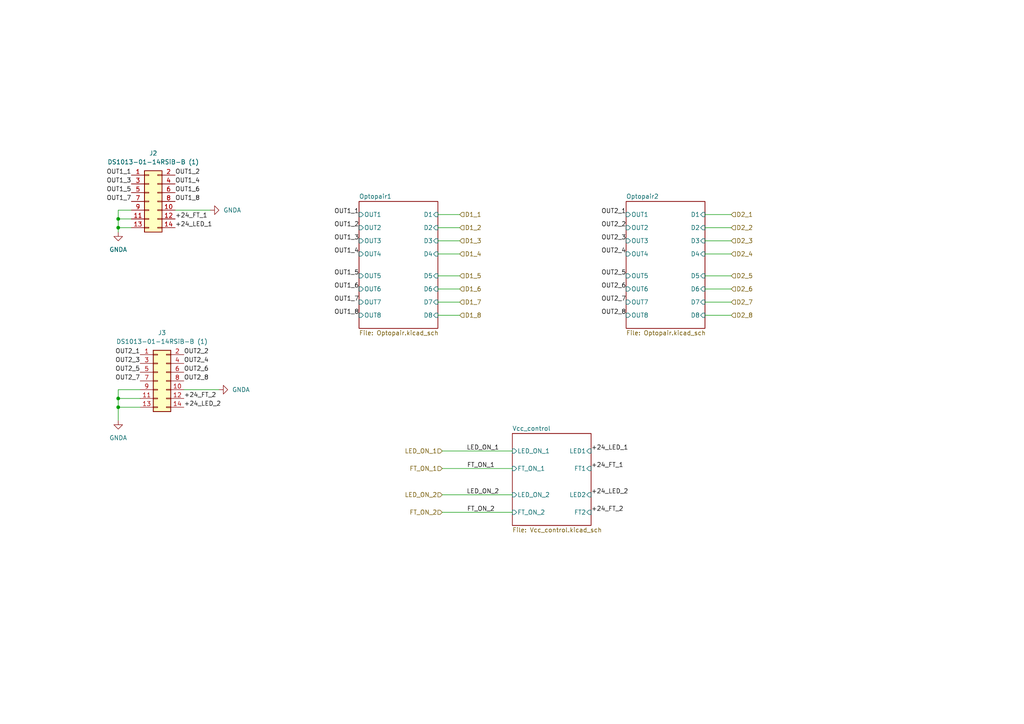
<source format=kicad_sch>
(kicad_sch (version 20230121) (generator eeschema)
  (paper "A4")
  (lib_symbols
    (symbol "Connector_Generic:Conn_02x07_Odd_Even" (pin_names (offset 1.016) hide)
      (property "Reference" "J" (at 1.27 10.16 0))
      (property "Value" "Conn_02x07_Odd_Even" (at 1.27 -10.16 0))
      (symbol "Conn_02x07_Odd_Even_1_1"
        (rectangle (start -1.27 -7.493) (end 0 -7.747) (stroke (width 0.1524)))
        (rectangle (start -1.27 -4.953) (end 0 -5.207) (stroke (width 0.1524)))
        (rectangle (start -1.27 -2.413) (end 0 -2.667) (stroke (width 0.1524)))
        (rectangle (start -1.27 0.127) (end 0 -0.127) (stroke (width 0.1524)))
        (rectangle (start -1.27 2.667) (end 0 2.413) (stroke (width 0.1524)))
        (rectangle (start -1.27 5.207) (end 0 4.953) (stroke (width 0.1524)))
        (rectangle (start -1.27 7.747) (end 0 7.493) (stroke (width 0.1524)))
        (rectangle (start -1.27 8.89) (end 3.81 -8.89) (stroke (width 0.254)) (fill (type background)))
        (rectangle (start 3.81 -7.493) (end 2.54 -7.747) (stroke (width 0.1524)))
        (rectangle (start 3.81 -4.953) (end 2.54 -5.207) (stroke (width 0.1524)))
        (rectangle (start 3.81 -2.413) (end 2.54 -2.667) (stroke (width 0.1524)))
        (rectangle (start 3.81 0.127) (end 2.54 -0.127) (stroke (width 0.1524)))
        (rectangle (start 3.81 2.667) (end 2.54 2.413) (stroke (width 0.1524)))
        (rectangle (start 3.81 5.207) (end 2.54 4.953) (stroke (width 0.1524)))
        (rectangle (start 3.81 7.747) (end 2.54 7.493) (stroke (width 0.1524)))
        (pin passive line (at -5.08 7.62 0) (length 3.81) (name "Pin_1") (number "1"))
        (pin passive line (at 7.62 -2.54 180) (length 3.81) (name "Pin_10") (number "10"))
        (pin passive line (at -5.08 -5.08 0) (length 3.81) (name "Pin_11") (number "11"))
        (pin passive line (at 7.62 -5.08 180) (length 3.81) (name "Pin_12") (number "12"))
        (pin passive line (at -5.08 -7.62 0) (length 3.81) (name "Pin_13") (number "13"))
        (pin passive line (at 7.62 -7.62 180) (length 3.81) (name "Pin_14") (number "14"))
        (pin passive line (at 7.62 7.62 180) (length 3.81) (name "Pin_2") (number "2"))
        (pin passive line (at -5.08 5.08 0) (length 3.81) (name "Pin_3") (number "3"))
        (pin passive line (at 7.62 5.08 180) (length 3.81) (name "Pin_4") (number "4"))
        (pin passive line (at -5.08 2.54 0) (length 3.81) (name "Pin_5") (number "5"))
        (pin passive line (at 7.62 2.54 180) (length 3.81) (name "Pin_6") (number "6"))
        (pin passive line (at -5.08 0 0) (length 3.81) (name "Pin_7") (number "7"))
        (pin passive line (at 7.62 0 180) (length 3.81) (name "Pin_8") (number "8"))
        (pin passive line (at -5.08 -2.54 0) (length 3.81) (name "Pin_9") (number "9"))
      )
    )
    (symbol "PCM_4ms_Power-symbol:GNDA" (power) (pin_numbers hide) (pin_names (offset 0) hide)
      (property "Value" "GNDA" (at 0 -3.81 0))
      (symbol "GNDA_0_1"
        (polyline (pts (xy 0 0) (xy 0 -1.27) (xy 1.27 -1.27) (xy 0 -2.54) (xy -1.27 -1.27) (xy 0 -1.27)))
      )
      (symbol "GNDA_1_1"
        (pin power_in line (at 0 0 270) (length 0) hide (name "GNDA") (number "1"))
      )
    )
  )
  (junction (at 34.29 63.5))
  (junction (at 34.29 66.04))
  (junction (at 34.29 115.57))
  (junction (at 34.29 118.11))
  (wire (pts (xy 127 87.63) (xy 133.35 87.63)))
  (wire (pts (xy 127 73.66) (xy 133.35 73.66)))
  (wire (pts (xy 34.29 115.57) (xy 34.29 118.11)))
  (wire (pts (xy 128.27 130.81) (xy 148.59 130.81)))
  (wire (pts (xy 204.47 69.85) (xy 212.09 69.85)))
  (wire (pts (xy 128.27 148.59) (xy 148.59 148.59)))
  (wire (pts (xy 127 80.01) (xy 133.35 80.01)))
  (wire (pts (xy 204.47 91.44) (xy 212.09 91.44)))
  (wire (pts (xy 63.5 113.03) (xy 53.34 113.03)))
  (wire (pts (xy 127 69.85) (xy 133.35 69.85)))
  (wire (pts (xy 127 83.82) (xy 133.35 83.82)))
  (wire (pts (xy 34.29 63.5) (xy 34.29 66.04)))
  (wire (pts (xy 128.27 143.51) (xy 148.59 143.51)))
  (wire (pts (xy 204.47 66.04) (xy 212.09 66.04)))
  (wire (pts (xy 204.47 83.82) (xy 212.09 83.82)))
  (wire (pts (xy 34.29 118.11) (xy 40.64 118.11)))
  (wire (pts (xy 204.47 87.63) (xy 212.09 87.63)))
  (wire (pts (xy 127 66.04) (xy 133.35 66.04)))
  (wire (pts (xy 50.8 60.96) (xy 60.96 60.96)))
  (wire (pts (xy 34.29 113.03) (xy 40.64 113.03)))
  (wire (pts (xy 34.29 60.96) (xy 34.29 63.5)))
  (wire (pts (xy 34.29 118.11) (xy 34.29 121.92)))
  (wire (pts (xy 38.1 63.5) (xy 34.29 63.5)))
  (wire (pts (xy 204.47 80.01) (xy 212.09 80.01)))
  (wire (pts (xy 204.47 62.23) (xy 212.09 62.23)))
  (wire (pts (xy 204.47 73.66) (xy 212.09 73.66)))
  (wire (pts (xy 34.29 60.96) (xy 38.1 60.96)))
  (wire (pts (xy 38.1 66.04) (xy 34.29 66.04)))
  (wire (pts (xy 127 91.44) (xy 133.35 91.44)))
  (wire (pts (xy 127 62.23) (xy 133.35 62.23)))
  (wire (pts (xy 128.27 135.89) (xy 148.59 135.89)))
  (wire (pts (xy 34.29 115.57) (xy 40.64 115.57)))
  (wire (pts (xy 34.29 66.04) (xy 34.29 67.31)))
  (wire (pts (xy 34.29 113.03) (xy 34.29 115.57)))
  (label "OUT2_1" (at 40.64 102.87 180))
  (label "OUT2_6" (at 53.34 107.95 0))
  (label "OUT2_3" (at 181.61 69.85 180))
  (label "+24_FT_1" (at 171.45 135.89 0))
  (label "OUT2_5" (at 181.61 80.01 180))
  (label "+24_LED_1" (at 171.45 130.81 0))
  (label "OUT2_4" (at 181.61 73.66 180))
  (label "OUT2_7" (at 181.61 87.63 180))
  (label "OUT1_1" (at 38.1 50.8 180))
  (label "OUT1_5" (at 104.14 80.01 180))
  (label "OUT1_6" (at 104.14 83.82 180))
  (label "OUT1_2" (at 50.8 50.8 0))
  (label "OUT1_3" (at 38.1 53.34 180))
  (label "+24_LED_2" (at 53.34 118.11 0))
  (label "+24_FT_1" (at 50.8 63.5 0))
  (label "OUT2_3" (at 40.64 105.41 180))
  (label "+24_LED_1" (at 50.8 66.04 0))
  (label "OUT2_5" (at 40.64 107.95 180))
  (label "OUT1_1" (at 104.14 62.23 180))
  (label "OUT1_7" (at 38.1 58.42 180))
  (label "OUT2_8" (at 181.61 91.44 180))
  (label "OUT1_3" (at 104.14 69.85 180))
  (label "FT_ON_1" (at 143.51 135.89 180))
  (label "OUT2_2" (at 181.61 66.04 180))
  (label "OUT1_4" (at 104.14 73.66 180))
  (label "OUT1_7" (at 104.14 87.63 180))
  (label "OUT1_8" (at 50.8 58.42 0))
  (label "FT_ON_2" (at 143.51 148.59 180))
  (label "+24_FT_2" (at 171.45 148.59 0))
  (label "+24_LED_2" (at 171.45 143.51 0))
  (label "LED_ON_1" (at 144.78 130.81 180))
  (label "LED_ON_2" (at 144.78 143.51 180))
  (label "OUT1_2" (at 104.14 66.04 180))
  (label "OUT2_7" (at 40.64 110.49 180))
  (label "OUT2_4" (at 53.34 105.41 0))
  (label "OUT2_6" (at 181.61 83.82 180))
  (label "OUT1_4" (at 50.8 53.34 0))
  (label "+24_FT_2" (at 53.34 115.57 0))
  (label "OUT1_8" (at 104.14 91.44 180))
  (label "OUT2_1" (at 181.61 62.23 180))
  (label "OUT1_5" (at 38.1 55.88 180))
  (label "OUT2_2" (at 53.34 102.87 0))
  (label "OUT2_8" (at 53.34 110.49 0))
  (label "OUT1_6" (at 50.8 55.88 0))
  (hierarchical_label "FT_ON_1" (shape input) (at 128.27 135.89 180))
  (hierarchical_label "FT_ON_2" (shape input) (at 128.27 148.59 180))
  (hierarchical_label "D1_6" (shape input) (at 133.35 83.82 0))
  (hierarchical_label "D1_8" (shape input) (at 133.35 91.44 0))
  (hierarchical_label "D1_4" (shape input) (at 133.35 73.66 0))
  (hierarchical_label "D1_2" (shape input) (at 133.35 66.04 0))
  (hierarchical_label "D2_8" (shape input) (at 212.09 91.44 0))
  (hierarchical_label "D1_7" (shape input) (at 133.35 87.63 0))
  (hierarchical_label "D2_5" (shape input) (at 212.09 80.01 0))
  (hierarchical_label "LED_ON_2" (shape input) (at 128.27 143.51 180))
  (hierarchical_label "D1_3" (shape input) (at 133.35 69.85 0))
  (hierarchical_label "D2_3" (shape input) (at 212.09 69.85 0))
  (hierarchical_label "D1_5" (shape input) (at 133.35 80.01 0))
  (hierarchical_label "D1_1" (shape input) (at 133.35 62.23 0))
  (hierarchical_label "D2_1" (shape input) (at 212.09 62.23 0))
  (hierarchical_label "LED_ON_1" (shape input) (at 128.27 130.81 180))
  (hierarchical_label "D2_6" (shape input) (at 212.09 83.82 0))
  (hierarchical_label "D2_2" (shape input) (at 212.09 66.04 0))
  (hierarchical_label "D2_4" (shape input) (at 212.09 73.66 0))
  (hierarchical_label "D2_7" (shape input) (at 212.09 87.63 0))
  (symbol (lib_id "Connector_Generic:Conn_02x07_Odd_Even") (at 43.18 58.42 0) (unit 1)
    (property "Reference" "J2" (at 44.45 44.45 0))
    (property "Value" "DS1013-01-14RSiB-B (1)" (at 44.45 46.99 0))
    (property "Footprint" "Connector_IDC:IDC-Header_2x07_P2.54mm_Horizontal" (effects hide))
  )
  (symbol (lib_id "PCM_4ms_Power-symbol:GNDA") (at 60.96 60.96 90) (unit 1)
    (property "Reference" "#PWR048" (effects hide))
    (property "Value" "GNDA" (at 64.77 60.96 90) (effects (justify right)))
    (instances (project "Плата дискретных входов" (path "" (reference "#PWR048") (unit 1))) (project "Плата фото светодиоды" (path "" (reference "#PWR03") (unit 1))))
  )
  (symbol (lib_id "PCM_4ms_Power-symbol:GNDA") (at 34.29 121.92 0) (unit 1)
    (property "Reference" "#PWR057" (effects hide))
    (property "Value" "GNDA" (at 34.29 127 0))
    (instances (project "Плата дискретных входов" (path "" (reference "#PWR057") (unit 1))) (project "Плата фото светодиоды" (path "" (reference "#PWR03") (unit 1))))
  )
  (symbol (lib_id "PCM_4ms_Power-symbol:GNDA") (at 63.5 113.03 90) (unit 1)
    (property "Reference" "#PWR056" (effects hide))
    (property "Value" "GNDA" (at 67.31 113.03 90) (effects (justify right)))
    (instances (project "Плата дискретных входов" (path "" (reference "#PWR056") (unit 1))) (project "Плата фото светодиоды" (path "" (reference "#PWR03") (unit 1))))
  )
  (symbol (lib_id "PCM_4ms_Power-symbol:GNDA") (at 34.29 67.31 0) (unit 1)
    (property "Reference" "#PWR055" (effects hide))
    (property "Value" "GNDA" (at 34.29 72.39 0))
    (instances (project "Плата дискретных входов" (path "" (reference "#PWR055") (unit 1))) (project "Плата фото светодиоды" (path "" (reference "#PWR03") (unit 1))))
  )
  (symbol (lib_id "Connector_Generic:Conn_02x07_Odd_Even") (at 45.72 110.49 0) (unit 1)
    (property "Reference" "J3" (at 46.99 96.52 0))
    (property "Value" "DS1013-01-14RSiB-B (1)" (at 46.99 99.06 0))
    (property "Footprint" "Connector_IDC:IDC-Header_2x07_P2.54mm_Horizontal" (effects hide))
  )
  (sheet (at 148.59 125.73) (size 22.86 26.67) (stroke (width 0.1524))
    (property "Sheetname" "Vcc_control" (at 148.59 125.0184 0) (effects (justify left bottom)))
    (property "Sheetfile" "Vcc_control.kicad_sch" (at 148.59 152.9846 0) (effects (justify left top)))
    (pin "FT2" input (at 171.45 148.59 0))
    (pin "LED2" input (at 171.45 143.51 0))
    (pin "FT1" input (at 171.45 135.89 0))
    (pin "LED_ON_1" input (at 148.59 130.81 180))
    (pin "LED_ON_2" input (at 148.59 143.51 180))
    (pin "LED1" input (at 171.45 130.81 0))
    (pin "FT_ON_1" input (at 148.59 135.89 180))
    (pin "FT_ON_2" input (at 148.59 148.59 180))
  )
  (sheet (at 104.14 58.42) (size 22.86 36.83) (stroke (width 0.1524))
    (property "Sheetname" "Optopair1" (at 104.14 57.7084 0) (effects (justify left bottom)))
    (property "Sheetfile" "Optopair.kicad_sch" (at 104.14 95.8346 0) (effects (justify left top)))
    (pin "OUT2" input (at 104.14 66.04 180))
    (pin "OUT1" input (at 104.14 62.23 180))
    (pin "OUT3" input (at 104.14 69.85 180))
    (pin "OUT4" input (at 104.14 73.66 180))
    (pin "OUT6" input (at 104.14 83.82 180))
    (pin "OUT7" input (at 104.14 87.63 180))
    (pin "OUT5" input (at 104.14 80.01 180))
    (pin "OUT8" input (at 104.14 91.44 180))
    (pin "D5" input (at 127 80.01 0))
    (pin "D6" input (at 127 83.82 0))
    (pin "D7" input (at 127 87.63 0))
    (pin "D8" input (at 127 91.44 0))
    (pin "D1" input (at 127 62.23 0))
    (pin "D2" input (at 127 66.04 0))
    (pin "D3" input (at 127 69.85 0))
    (pin "D4" input (at 127 73.66 0))
  )
  (sheet (at 181.61 58.42) (size 22.86 36.83) (stroke (width 0.1524))
    (property "Sheetname" "Optopair2" (at 181.61 57.7084 0) (effects (justify left bottom)))
    (property "Sheetfile" "Optopair.kicad_sch" (at 181.61 95.8346 0) (effects (justify left top)))
    (pin "OUT2" input (at 181.61 66.04 180))
    (pin "OUT1" input (at 181.61 62.23 180))
    (pin "OUT3" input (at 181.61 69.85 180))
    (pin "OUT4" input (at 181.61 73.66 180))
    (pin "OUT6" input (at 181.61 83.82 180))
    (pin "OUT7" input (at 181.61 87.63 180))
    (pin "OUT5" input (at 181.61 80.01 180))
    (pin "OUT8" input (at 181.61 91.44 180))
    (pin "D5" input (at 204.47 80.01 0))
    (pin "D6" input (at 204.47 83.82 0))
    (pin "D7" input (at 204.47 87.63 0))
    (pin "D8" input (at 204.47 91.44 0))
    (pin "D1" input (at 204.47 62.23 0))
    (pin "D2" input (at 204.47 66.04 0))
    (pin "D3" input (at 204.47 69.85 0))
    (pin "D4" input (at 204.47 73.66 0))
  )
)
</source>
